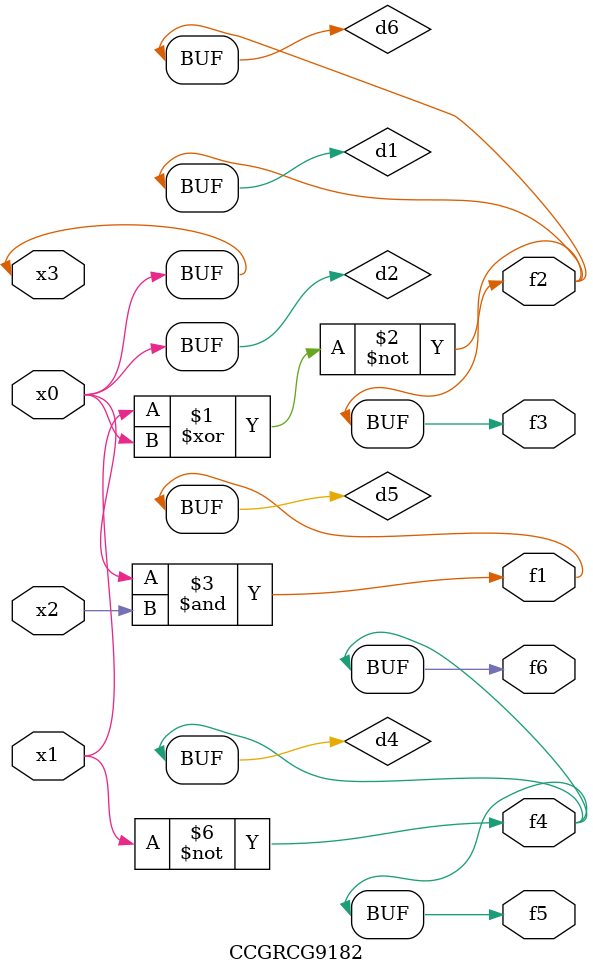
<source format=v>
module CCGRCG9182(
	input x0, x1, x2, x3,
	output f1, f2, f3, f4, f5, f6
);

	wire d1, d2, d3, d4, d5, d6;

	xnor (d1, x1, x3);
	buf (d2, x0, x3);
	nand (d3, x0, x2);
	not (d4, x1);
	nand (d5, d3);
	or (d6, d1);
	assign f1 = d5;
	assign f2 = d6;
	assign f3 = d6;
	assign f4 = d4;
	assign f5 = d4;
	assign f6 = d4;
endmodule

</source>
